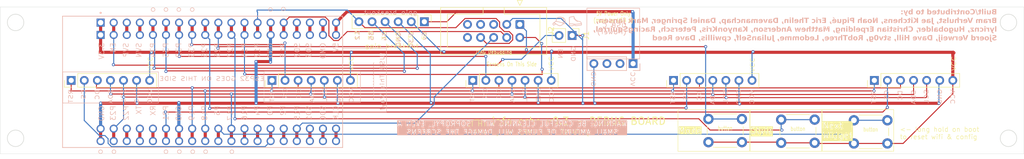
<source format=kicad_pcb>
(kicad_pcb (version 20240108) (generator "pcbnew") (generator_version "8.0")
  (layers (0 "F.Cu" signal) (31 "B.Cu" signal) (34 "B.Paste" user) (35 "F.Paste" user) (36 "B.SilkS" user "B.Silkscreen") (37 "F.SilkS" user "F.Silkscreen") (38 "B.Mask" user) (39 "F.Mask" user) (44 "Edge.Cuts" user))
  (net 0 "")
  (net 1 "Net-(U1-vcc)")
  (net 2 "Net-(V1-IO18)")
  (net 3 "Net-(V1-IO23)")
  (net 4 "Net-(V1-IO17)")
  (net 5 "Net-(V1-IO13)")
  (net 6 "Net-(V1-IO19)")
  (net 7 "Net-(V1-IO33)")
  (net 8 "Net-(V1-IO32)")
  (net 9 "Net-(V1-IO25)")
  (net 10 "Net-(V1-IO21)")
  (net 11 "Net-(V1-IO27)")
  (net 12 "Net-(V1-IO26)")
  (net 13 "Net-(V1-IO14)")
  (net 16 "Net-(J1-Pin_1)")
  (net 17 "Net-(J1-Pin_2)")
  (net 18 "Net-(V1-RXD0)")
  (net 19 "Net-(V1-IO4)")
  (net 20 "Net-(V1-IO15)")
  (net 21 "Net-(V1-IO16)")
  (net 22 "Net-(V1-CLK)")
  (net 23 "Net-(U1-gpio12)")
  (net 24 "Net-(V1-IO0)")
  (net 25 "Net-(V1-TXD0)")
  (net 26 "Net-(V1-SD3)")
  (net 27 "Net-(U1-gipo34)")
  (net 28 "Net-(V1-IO22)")
  (net 29 "Net-(V1-IO2)")
  (net 30 "Net-(V1-SD1)")
  (net 31 "Net-(V1-CMD)")
  (net 32 "Net-(U1-3.3v)")
  (net 33 "Net-(U1-gpio35)")
  (net 34 "Net-(V1-SD0)")
  (net 35 "Net-(V1-SENSOR_VN)")
  (net 36 "Net-(V1-SD2)")
  (net 37 "Net-(V1-IO5)")
  (net 38 "Net-(V1-SENSOR_VP)")
  (net 40 "Net-(J2-GND-Pad10)")
  (net 41 "+3.3V")
  (footprint "Connector_PinHeader_2.54mm:PinHeader_1x07_P2.54mm_Vertical" (layer "F.Cu") (at 203.4625 74.25 90)
    (property "Reference" "tft5" (hide yes))
    (property "Value" "~")
  )
  (footprint "New folder:beaniegraphioc" (layer "F.Cu") (at 126.36 83.35)
    (property "Reference" "G*" (hide yes))
    (property "Value" "LOGO" (hide yes))
  )
  (footprint "Connector_PinHeader_2.54mm:PinHeader_1x06_P2.54mm_Vertical" (layer "F.Cu") (at 116.078 62.86 -90)
    (property "Reference" "U1" (hide yes))
    (property "Value" "~")
  )
  (footprint "Connector_PinHeader_2.54mm:PinHeader_1x07_P2.54mm_Vertical" (layer "F.Cu") (at 125.48 74.25 90)
    (property "Reference" "tft3" (hide yes))
    (property "Value" "~")
  )
  (footprint "Button_Switch_THT:SW_PUSH_6mm_H5mm" (layer "F.Cu") (at 199.5 82)
    (property "Reference" "SW3" (hide yes))
    (property "Value" "SW_Push")
  )
  (footprint "Connector_PinHeader_2.54mm:PinHeader_1x07_P2.54mm_Vertical" (layer "F.Cu") (at 164.47125 74.25 90)
    (property "Reference" "tft4" (hide yes))
    (property "Value" "~")
  )
  (footprint "Connector_IDC:IDC-Header_2x05_P2.54mm_Vertical" (layer "F.Cu") (at 134.62 63.3825 -90)
    (property "Reference" "J2")
    (property "Value" "AVR-JTAG-10")
  )
  (footprint "Button_Switch_THT:SW_PUSH_6mm_H5mm" (layer "F.Cu") (at 185.375 81.875)
    (property "Reference" "SW2" (hide yes))
    (property "Value" "SW_Push")
  )
  (footprint "Connector_PinHeader_2.54mm:PinHeader_1x02_P2.54mm_Vertical" (layer "F.Cu") (at 144.78 65.532 -90)
    (property "Reference" "J1")
    (property "Value" "Conn_01x02_Pin")
  )
  (footprint "Connector_PinHeader_2.54mm:PinHeader_1x07_P2.54mm_Vertical" (layer "F.Cu") (at 86.48875 74.25 90)
    (property "Reference" "tft2" (hide yes))
    (property "Value" "~")
  )
  (footprint "Connector_PinHeader_2.54mm:PinHeader_1x07_P2.54mm_Vertical" (layer "F.Cu") (at 47.4975 74.25 90)
    (property "Reference" "tft1" (hide yes))
    (property "Value" "~")
  )
  (footprint "Button_Switch_THT:SW_PUSH_6mm_H5mm" (layer "F.Cu") (at 171.25 81.75)
    (property "Reference" "SW1" (hide yes))
    (property "Value" "SW_Push")
  )
  (footprint "A Local Libs:cap" (layer "B.Cu") (at 142.24 62.8 180)
    (property "Reference" "G***" (hide yes))
    (property "Value" "LOGO" (hide yes))
  )
  (footprint "A Local Libs:38 Pin Board thin" (layer "B.Cu") (at 72.97 78.13 -90)
    (property "Reference" "V2" (hide yes))
    (property "Value" "ESP32-DEVKITC-32D" (hide yes))
  )
  (footprint "Connector_PinHeader_2.54mm:PinHeader_1x04_P2.54mm_Vertical" (layer "B.Cu") (at 156.615 71 90)
    (property "Reference" "USBPower1" (hide yes))
    (property "Value" "~")
  )
  (footprint "New folder:38 Pin Board" (layer "B.Cu") (at 72.97 75.7375 -90)
    (property "Reference" "V1" (hide yes))
    (property "Value" "ESP32-DEVKITC-32D")
  )
  (footprint "A Local Libs:Untitled" (layer "B.Cu") (at 145.415 62.73 180)
    (property "Reference" "G***" (hide yes))
    (property "Value" "LOGO" (hide yes))
  )
  (gr_circle (center 65.9 60.5) (end 66.2 60.7) (stroke (width 0.1)) (fill none) (layer "B.SilkS"))
  (gr_rect (start 100.245 68.05) (end 108.715 80.3725) (stroke (width 0.1)) (fill none) (layer "B.SilkS"))
  (gr_circle (center 86.2 60.5) (end 86.5 60.7) (stroke (width 0.1)) (fill none) (layer "B.SilkS"))
  (gr_rect (start 147.64 60.23) (end 157.88 70.08) (stroke (width 0.1)) (fill none) (layer "B.SilkS"))
  (gr_rect (start 84.94 72.5) (end 103.66 78.54) (stroke (width 0.1)) (fill none) (layer "B.SilkS"))
  (gr_circle (center 78.7 88.1) (end 79 88.3) (stroke (width 0.1)) (fill none) (layer "B.SilkS"))
  (gr_circle (center 68.5 88.1) (end 68.8 88.3) (stroke (width 0.1)) (fill none) (layer "B.SilkS"))
  (gr_circle (center 63.4 60.5) (end 63.7 60.7) (stroke (width 0.1)) (fill none) (layer "B.SilkS"))
  (gr_circle (center 55.8 88.1) (end 56.1 88.3) (stroke (width 0.1)) (fill none) (layer "B.SilkS"))
  (gr_circle (center 71 60.5) (end 71.3 60.7) (stroke (width 0.1)) (fill none) (layer "B.SilkS"))
  (gr_circle (center 88.7 60.4) (end 89 60.6) (stroke (width 0.1)) (fill none) (layer "B.SilkS"))
  (gr_circle (center 53.2 88.1) (end 53.5 88.3) (stroke (width 0.1)) (fill none) (layer "B.SilkS"))
  (gr_rect (start 45.86 72.61) (end 64.44 78.65) (stroke (width 0.1)) (fill none) (layer "B.SilkS"))
  (gr_circle (center 68.4 60.5) (end 68.7 60.7) (stroke (width 0.1)) (fill none) (layer "B.SilkS"))
  (gr_circle (center 71.1 88.1) (end 71.4 88.3) (stroke (width 0.1)) (fill none) (layer "B.SilkS"))
  (gr_circle (center 73.6 88.1) (end 73.9 88.3) (stroke (width 0.1)) (fill none) (layer "B.SilkS"))
  (gr_circle (center 65.9 88.1) (end 66.2 88.3) (stroke (width 0.1)) (fill none) (layer "B.SilkS"))
  (gr_rect (start 165.325 79.95) (end 179.235 88.04) (stroke (width 0.1)) (fill none) (layer "F.SilkS"))
  (gr_rect (start 179.345 79.95) (end 193.255 88.04) (stroke (width 0.1)) (fill none) (layer "F.SilkS"))
  (gr_rect (start 193.315 79.92) (end 207.225 88.01) (stroke (width 0.1)) (fill none) (layer "F.SilkS"))
  (gr_circle (center 36.696 85.5) (end 38.296 85.5) (stroke (width 0.1)) (fill none) (layer "Edge.Cuts"))
  (gr_circle (center 229.514 63) (end 231.114 63) (stroke (width 0.1)) (fill none) (layer "Edge.Cuts"))
  (gr_circle (center 36.696 63) (end 38.296 63) (stroke (width 0.1)) (fill none) (layer "Edge.Cuts"))
  (gr_circle (center 229.514 85.5) (end 231.114 85.5) (stroke (width 0.1)) (fill none) (layer "Edge.Cuts"))
  (gr_rect (start 33.696 60) (end 232.514 88.5) (stroke (width 0.05)) (fill none) (layer "Edge.Cuts"))
  (gr_text "12" (at 103.55 64.49 90) (layer "B.SilkS") (effects (font (size 0.8 1) (thickness 0.1)) (justify left bottom mirror)))
  (gr_text "EN" (at 143 68 90) (layer "B.SilkS") (effects (font (size 0.8 1) (thickness 0.1)) (justify left bottom mirror)))
  (gr_text "DC" (at 53.02 75.97 90) (layer "B.SilkS") (effects (font (size 0.8 1) (thickness 0.1)) (justify left bottom mirror)))
  (gr_text "USB C\n(Power)\n\n" (at 155.42 66.62 0) (layer "B.SilkS") (effects (font (size 0.8 1) (thickness 0.1)) (justify left bottom mirror)))
  (gr_text "GND" (at 60.7 75.72 90) (layer "B.SilkS") (effects (font (size 0.8 1) (thickness 0.1)) (justify left bottom mirror)))
  (gr_text "GND" (at 138.7 75.5 90) (layer "B.SilkS") (effects (font (size 0.8 1) (thickness 0.1)) (justify left bottom mirror)))
  (gr_text "RST\n" (at 87.01 75.7 90) (layer "B.SilkS") (effects (font (size 0.8 1) (thickness 0.1)) (justify left bottom mirror)))
  (gr_text "RST\n" (at 164.8 76.08 90) (layer "B.SilkS") (effects (font (size 0.8 1) (thickness 0.1)) (justify left bottom mirror)))
  (gr_text "GND" (at 216.63 75.85 90) (layer "B.SilkS") (effects (font (size 0.8 1) (thickness 0.1)) (justify left bottom mirror)))
  (gr_text "34\n" (at 108.83 64.66 90) (layer "B.SilkS") (effects (font (size 0.8 1) (thickness 0.1)) (justify left bottom mirror)))
  (gr_text "DC" (at 169.94 76.14 90) (layer "B.SilkS") (effects (font (size 0.8 1) (thickness 0.1)) (justify left bottom mirror)))
  (gr_text "35" (at 106.3 64.57 90) (layer "B.SilkS") (effects (font (size 0.8 1) (thickness 0.1)) (justify left bottom mirror)))
  (gr_text "VCC" (at 156.06 75.48 -90) (layer "B.SilkS") (effects (font (size 0.8 1) (thickness 0.1)) (justify left bottom mirror)))
  (gr_text "SCL" (at 58.1 75.78 90) (layer "B.SilkS") (effects (font (size 0.8 1) (thickness 0.1)) (justify left bottom mirror)))
  (gr_text "SCL" (at 97.23 75.57 90) (layer "B.SilkS") (effects (font (size 0.8 1) (thickness 0.1)) (justify left bottom mirror)))
  (gr_text "VCC" (at 141.25 75.6 90) (layer "B.SilkS") (effects (font (size 0.8 1) (thickness 0.1)) (justify left bottom mirror)))
  (gr_text "VCC" (at 219.18 75.95 90) (layer "B.SilkS") (effects (font (size 0.8 1) (thickness 0.1)) (justify left bottom mirror)))
  (gr_text "GND\n" (at 148.42 75.57 270) (layer "B.SilkS") (effects (font (size 0.8 1) (thickness 0.1)) (justify left bottom mirror)))
  (gr_text "WARNING: BE CAREFUL CLEANING WITH ISOPROPYL, EVEN A\nSMALL AMOUNT OF FUMES WILL DAMAGE THE SCREENS\n" (at 133.15 84.87 0) (layer "B.SilkS" knockout) (effects (font (size 1 1) (thickness 0.1)) (justify bottom mirror)))
  (gr_text "SDA" (at 172.54 76.08 90) (layer "B.SilkS") (effects (font (size 0.8 1) (thickness 0.1)) (justify left bottom mirror)))
  (gr_text "CS" (at 128.36 75.69 90) (layer "B.SilkS") (effects (font (size 0.8 1) (thickness 0.1)) (justify left bottom mirror)))
  (gr_text "SDA" (at 94.75 75.7 90) (layer "B.SilkS") (effects (font (size 0.8 1) (thickness 0.1)) (justify left bottom mirror)))
  (gr_text "DC" (at 131.02 75.75 90) (layer "B.SilkS") (effects (font (size 0.8 1) (thickness 0.1)) (justify left bottom mirror)))
  (gr_text "SCL" (at 214.03 75.91 90) (layer "B.SilkS") (effects (font (size 0.8 1) (thickness 0.1)) (justify left bottom mirror)))
  (gr_text "VCC" (at 63.25 75.82 90) (layer "B.SilkS") (effects (font (size 0.8 1) (thickness 0.1)) (justify left bottom mirror)))
  (gr_text "GND\n" (at 145.5 67.5 90) (layer "B.SilkS") (effects (font (size 0.8 1) (thickness 0.1)) (justify left bottom mirror)))
  (gr_text "CS" (at 89.49 75.7 90) (layer "B.SilkS") (effects (font (size 0.8 1) (thickness 0.1)) (justify left bottom mirror)))
  (gr_text "SCL" (at 136.1 75.56 90) (layer "B.SilkS") (effects (font (size 0.8 1) (thickness 0.1)) (justify left bottom mirror)))
  (gr_text "CS" (at 206.29 76.04 90) (layer "B.SilkS") (effects (font (size 0.8 1) (thickness 0.1)) (justify left bottom mirror)))
  (gr_text "VCC" (at 102.38 75.61 90) (layer "B.SilkS") (effects (font (size 0.8 1) (thickness 0.1)) (justify left bottom mirror)))
  (gr_text "Built/Contributed to by:\nBram Verhulst, Jae Kitchens, Noah Piqué, Eric Thelin, Davemanchap, Daniel Springer, Mark Jansen, \nlyricnz, Hugobalder, Christian Erpelding, Matthew Anderson, KanyonKris, Petersch, RacingSquirrel, \nSjoerd Verweij, Dave Hill, stv0g, RobThree, Ledomme, JulianSelf, cpwillis, Dave Reed" (at 227.27 66.64 0) (layer "B.SilkS") (effects (font (size 1 1) (thickness 0.2) (bold yes)) (justify left bottom mirror)))
  (gr_text "CS" (at 50.36 75.91 90) (layer "B.SilkS") (effects (font (size 0.8 1) (thickness 0.1)) (justify left bottom mirror)))
  (gr_text "5v\n" (at 116.56 64.72 90) (layer "B.SilkS") (effects (font (size 0.8 1) (thickness 0.1)) (justify left bottom mirror)))
  (gr_text "CS" (at 167.28 76.08 90) (layer "B.SilkS") (effects (font (size 0.8 1) (thickness 0.1)) (justify left bottom mirror)))
  (gr_text "SDA" (at 211.55 76.04 90) (layer "B.SilkS") (effects (font (size 0.8 1) (thickness 0.1)) (justify left bottom mirror)))
  (gr_text "GND" (at 177.62 75.89 90) (layer "B.SilkS") (effects (font (size 0.8 1) (thickness 0.1)) (justify left bottom mirror)))
  (gr_text "RST\n" (at 125.88 75.69 90) (layer "B.SilkS") (effects (font (size 0.8 1) (thickness 0.1)) (justify left bottom mirror)))
  (gr_text "GND" (at 99.83 75.51 90) (layer "B.SilkS") (effects (font (size 0.8 1) (thickness 0.1)) (justify left bottom mirror)))
  (gr_text "VCC" (at 180.17 75.99 90) (layer "B.SilkS") (effects (font (size 0.8 1) (thickness 0.1)) (justify left bottom mirror)))
  (gr_text "SCL" (at 175.02 75.95 90) (layer "B.SilkS") (effects (font (size 0.8 1) (thickness 0.1)) (justify left bottom mirror)))
  (gr_text "3.3v\n" (at 114 64.6 90) (layer "B.SilkS") (effects (font (size 0.8 1) (thickness 0.1)) (justify left bottom mirror)))
  (gr_text "SDA" (at 133.62 75.69 90) (layer "B.SilkS") (effects (font (size 0.8 1) (thickness 0.1)) (justify left bottom mirror)))
  (gr_text "GND\n" (at 111.55 64.74 90) (layer "B.SilkS") (effects (font (size 0.8 1) (thickness 0.1)) (justify left bottom mirror)))
  (gr_text "DC" (at 208.95 76.1 90) (layer "B.SilkS") (effects (font (size 0.8 1) (thickness 0.1)) (justify left bottom mirror)))
  (gr_text "ESP32 GOES ON THIS SIDE" (at 85.07 74.39 0) (layer "B.SilkS") (effects (font (size 0.8 1) (thickness 0.1)) (justify left bottom mirror)))
  (gr_text "RST\n" (at 203.81 76.04 90) (layer "B.SilkS") (effects (font (size 0.8 1) (thickness 0.1)) (justify left bottom mirror)))
  (gr_text "^^^^^^^^^^^^^\n!USB This Way!\n" (at 108.38 74.45 90) (layer "B.SilkS") (effects (font (size 0.8 1) (thickness 0.1)) (justify bottom mirror)))
  (gr_text "SDA" (at 55.62 75.91 90) (layer "B.SilkS") (effects (font (size 0.8 1) (thickness 0.1)) (justify left bottom mirror)))
  (gr_text "gpio breakout" (at 114.808 61.53 0) (layer "B.SilkS") (effects (font (size 0.8 1) (thickness 0.1)) (justify left bottom mirror)))
  (gr_text "DC" (at 92.15 75.76 90) (layer "B.SilkS") (effects (font (size 0.8 1) (thickness 0.1)) (justify left bottom mirror)))
  (gr_text "RST\n" (at 47.88 75.91 90) (layer "B.SilkS") (effects (font (size 0.8 1) (thickness 0.1)) (justify left bottom mirror)))
  (gr_text "3.3v\n" (at 113.87 67.86 90) (layer "F.SilkS") (effects (font (size 0.8 1) (thickness 0.1)) (justify left bottom)))
  (gr_text "VCC" (at 102.36 72.48 90) (layer "F.SilkS") (effects (font (size 0.8 1) (thickness 0.1)) (justify left bottom)))
  (gr_text "button\n" (at 174.5 84 0) (layer "F.SilkS") (effects (font (size 0.8 0.6) (thickness 0.1)) (justify bottom)))
  (gr_text "button\n" (at 188.625 84.125 0) (layer "F.SilkS") (effects (font (size 0.8 0.6) (thickness 0.1)) (justify bottom)))
  (gr_text "Mode" (at 165.325 83.995 0) (layer "F.SilkS" knockout) (effects (font (size 1.2 1.2) (thickness 0.1)) (justify left)))
  (gr_text "5V Power Only\n(must be USB A)\n" (at 152.79 63.03 0) (layer "F.SilkS") (effects (font (size 0.8 0.6) (thickness 0.1)) (justify bottom)))
  (gr_text "VCC" (at 63.33 72.56 90) (layer "F.SilkS") (effects (font (size 0.8 1) (thickness 0.1)) (justify left bottom)))
  (gr_text "Next\nWidget" (at 193.315 83.965 0) (layer "F.SilkS" knockout) (effects (font (size 1.2 1.2) (thickness 0.1)) (justify left)))
  (gr_text "12" (at 103.5 66.5 90) (layer "F.SilkS") (effects (font (size 0.8 1) (thickness 0.1)) (justify left bottom)))
  (gr_text "34\n" (at 108.75 66.61 90) (layer "F.SilkS") (effects (font (size 0.8 1) (thickness 0.1)) (justify left bottom)))
  (gr_text "<- long hold on boot\nto reset wifi & config" (at 208.38 84.49 0) (layer "F.SilkS") (effects (font (size 0.9 0.9) (thickness 0.1)) (justify left)))
  (gr_text "VCC" (at 141.2 72.48 90) (layer "F.SilkS") (effects (font (size 0.8 1) (thickness 0.1)) (justify left bottom)))
  (gr_text "5v\n" (at 116.51 66.49 90) (layer "F.SilkS") (effects (font (size 0.8 1) (thickness 0.1)) (justify left bottom)))
  (gr_text "GND\n" (at 111.42 67.72 90) (layer "F.SilkS") (effects (font (size 0.8 1) (thickness 0.1)) (justify left bottom)))
  (gr_text "by brett.tech + friends (:" (at 129.03 84.84 0) (layer "F.SilkS") (effects (font (size 1 1) (thickness 0.1)) (justify left bottom)))
  (gr_text "Style" (at 179.345 83.995 0) (layer "F.SilkS" knockout) (effects (font (size 1.2 1.2) (thickness 0.1)) (justify left)))
  (gr_text "button\n" (at 202.75 84.25 0) (layer "F.SilkS") (effects (font (size 0.8 0.6) (thickness 0.1)) (justify bottom)))
  (gr_text "JTAG Debugging" (at 129.54 69.1025 0) (layer "F.SilkS") (effects (font (size 0.6 0.6) (thickness 0.1)) (justify bottom)))
  (gr_text "gpio breakout" (at 104.48 68.05 0) (layer "F.SilkS") (effects (font (size 0.8 1) (thickness 0.1)) (justify left bottom)))
  (gr_text "Screens On This Side" (at 133.03 71.58 0) (layer "F.SilkS") (effects (font (size 0.8 0.6) (thickness 0.1)) (justify bottom)))
  (gr_text "info orbs v0.3 - DEBUG BOARD" (at 129.03 82.98 0) (layer "F.SilkS") (effects (font (size 1.4 1.4) (thickness 0.2) (bold yes)) (justify left bottom)))
  (gr_text "35" (at 106.1 66.5 90) (layer "F.SilkS") (effects (font (size 0.8 1) (thickness 0.1)) (justify left bottom)))
  (gr_text "VCC" (at 219.36 72.45 90) (layer "F.SilkS") (effects (font (size 0.8 1) (thickness 0.1)) (justify left bottom)))
  (gr_text "VCC" (at 180.28 72.76 90) (layer "F.SilkS") (effects (font (size 0.8 1) (thickness 0.1)) (justify left bottom)))
  (segment (start 122.4 60.9) (end 156.5 60.9) (width 0.6) (layer "F.Cu") (net 1))
  (segment (start 98.93 63.0375) (end 101.0675 60.9) (width 0.6) (layer "F.Cu") (net 1))
  (segment (start 98.93 63.0375) (end 98.93 65.43) (width 0.6) (layer "F.Cu") (net 1))
  (segment (start 120.44 62.86) (end 122.4 60.9) (width 0.2) (layer "F.Cu") (net 1))
  (segment (start 116.078 62.86) (end 120.44 62.86) (width 0.2) (layer "F.Cu") (net 1))
  (segment (start 101.0675 60.9) (end 122.4 60.9) (width 0.6) (layer "F.Cu") (net 1))
  (via (at 156.5 60.9) (size 0.6) (drill 0.3) (layers "F.Cu" "B.Cu") (net 1))
  (segment (start 156.5 60.9) (end 156.5 61) (width 0.6) (layer "B.Cu") (net 1))
  (segment (start 156.5 61) (end 156.615 61.115) (width 0.6) (layer "B.Cu") (net 1))
  (segment (start 156.615 61.115) (end 156.615 71) (width 0.6) (layer "B.Cu") (net 1))
  (segment (start 73.53 86.0375) (end 73.53 83.63) (width 0.6) (layer "F.Cu") (net 2))
  (segment (start 47.3 76.3) (end 47.4975 76.1025) (width 0.2) (layer "F.Cu") (net 2))
  (segment (start 86.4 76.3) (end 125.4 76.3) (width 0.2) (layer "F.Cu") (net 2))
  (segment (start 73.5 76.3) (end 47.3 76.3) (width 0.2) (layer "F.Cu") (net 2))
  (segment (start 73.5 76.3) (end 86.4 76.3) (width 0.2) (layer "F.Cu") (net 2))
  (segment (start 164.3 76.3) (end 203.4 76.3) (width 0.2) (layer "F.Cu") (net 2))
  (segment (start 47.4975 76.1025) (end 47.4975 74.25) (width 0.2) (layer "F.Cu") (net 2))
  (segment (start 125.4 76.3) (end 164.3 76.3) (width 0.2) (layer "F.Cu") (net 2))
  (via (at 164.3 76.3) (size 0.6) (drill 0.3) (layers "F.Cu" "B.Cu") (net 2))
  (via (at 125.4 76.3) (size 0.6) (drill 0.3) (layers "F.Cu" "B.Cu") (net 2))
  (via (at 86.4 76.3) (size 0.6) (drill 0.3) (layers "F.Cu" "B.Cu") (net 2))
  (via (at 73.5 76.3) (size 0.6) (drill 0.3) (layers "F.Cu" "B.Cu") (net 2))
  (via (at 203.4 76.3) (size 0.6) (drill 0.3) (layers "F.Cu" "B.Cu") (net 2))
  (segment (start 73.53 76.33) (end 73.5 76.3) (width 0.2) (layer "B.Cu") (net 2))
  (segment (start 73.53 83.63) (end 73.53 76.33) (width 0.2) (layer "B.Cu") (net 2))
  (segment (start 203.4625 75.7375) (end 203.4625 74.25) (width 0.2) (layer "B.Cu") (net 2))
  (segment (start 203.4 76.3) (end 203.4 75.8) (width 0.2) (layer "B.Cu") (net 2))
  (segment (start 164.3 76.3) (end 164.47125 76.12875) (width 0.2) (layer "B.Cu") (net 2))
  (segment (start 125.48 76.22) (end 125.48 74.25) (width 0.2) (layer "B.Cu") (net 2))
  (segment (start 164.47125 76.12875) (end 164.47125 74.25) (width 0.2) (layer "B.Cu") (net 2))
  (segment (start 125.4 76.3) (end 125.48 76.22) (width 0.2) (layer "B.Cu") (net 2))
  (segment (start 86.48875 76.21125) (end 86.48875 74.25) (width 0.2) (layer "B.Cu") (net 2))
  (segment (start 86.4 76.3) (end 86.48875 76.21125) (width 0.2) (layer "B.Cu") (net 2))
  (segment (start 203.4 75.8) (end 203.4625 75.7375) (width 0.2) (layer "B.Cu") (net 2))
  (segment (start 55.75 83.63) (end 55.75 86.0375) (width 0.6) (layer "F.Cu") (net 3))
  (segment (start 213.6225 77.4775) (end 213.6225 74.25) (width 0.2) (layer "F.Cu") (net 3))
  (segment (start 57.7 77.5) (end 96.7 77.5) (width 0.2) (layer "F.Cu") (net 3))
  (segment (start 135.6 77.5) (end 135.7 77.6) (width 0.2) (layer "F.Cu") (net 3))
  (segment (start 96.7 77.5) (end 135.6 77.5) (width 0.2) (layer "F.Cu") (net 3))
  (segment (start 174.7 77.6) (end 213.5 77.6) (width 0.2) (layer "F.Cu") (net 3))
  (segment (start 213.5 77.6) (end 213.6225 77.4775) (width 0.2) (layer "F.Cu") (net 3))
  (segment (start 135.7 77.6) (end 174.7 77.6) (width 0.2) (layer "F.Cu") (net 3))
  (via (at 57.7 77.5) (size 0.6) (drill 0.3) (layers "F.Cu" "B.Cu") (net 3))
  (via (at 174.7 77.6) (size 0.6) (drill 0.3) (layers "F.Cu" "B.Cu") (net 3))
  (via (at 96.7 77.5) (size 0.6) (drill 0.3) (layers "F.Cu" "B.Cu") (net 3))
  (via (at 135.6 77.5) (size 0.6) (drill 0.3) (layers "F.Cu" "B.Cu") (net 3))
  (segment (start 57.6575 77.5425) (end 57.7 77.5) (width 0.2) (layer "B.Cu") (net 3))
  (segment (start 135.64 77.46) (end 135.64 74.25) (width 0.2) (layer "B.Cu") (net 3))
  (segment (start 174.7 77.6) (end 174.63125 77.53125) (width 0.2) (layer "B.Cu") (net 3))
  (segment (start 96.64875 77.44875) (end 96.64875 74.25) (width 0.2) (layer "B.Cu") (net 3))
  (segment (start 96.7 77.5) (end 96.64875 77.44875) (width 0.2) (layer "B.Cu") (net 3))
  (segment (start 135.6 77.5) (end 135.64 77.46) (width 0.2) (layer "B.Cu") (net 3))
  (segment (start 57.7 77.5) (end 57.6575 77.4575) (width 0.2) (layer "B.Cu") (net 3))
  (segment (start 57.6575 81.7225) (end 57.6575 77.5425) (width 0.2) (layer "B.Cu") (net 3))
  (segment (start 57.6575 77.4575) (end 57.6575 74.25) (width 0.2) (layer "B.Cu") (net 3))
  (segment (start 174.63125 77.53125) (end 174.63125 74.25) (width 0.2) (layer "B.Cu") (net 3))
  (segment (start 55.75 83.63) (end 57.6575 81.7225) (width 0.2) (layer "B.Cu") (net 3))
  (segment (start 55.2 76.9) (end 78.6 76.9) (width 0.2) (layer "F.Cu") (net 4))
  (segment (start 133.1 76.9) (end 172 76.9) (width 0.2) (layer "F.Cu") (net 4))
  (segment (start 211.0825 76.9825) (end 211.0825 74.25) (width 0.2) (layer "F.Cu") (net 4))
  (segment (start 78.61 86.0375) (end 78.61 83.63) (width 0.6) (layer "F.Cu") (net 4))
  (segment (start 211.1 77) (end 211.0825 76.9825) (width 0.2) (layer "F.Cu") (net 4))
  (segment (start 172 76.9) (end 172.1 77) (width 0.2) (layer "F.Cu") (net 4))
  (segment (start 172.1 77) (end 211.1 77) (width 0.2) (layer "F.Cu") (net 4))
  (segment (start 78.6 76.9) (end 94 76.9) (width 0.2) (layer "F.Cu") (net 4))
  (segment (start 94 76.9) (end 133.1 76.9) (width 0.2) (layer "F.Cu") (net 4))
  (via (at 94 76.9) (size 0.6) (drill 0.3) (layers "F.Cu" "B.Cu") (net 4))
  (via (at 78.6 76.9) (size 0.6) (drill 0.3) (layers "F.Cu" "B.Cu") (net 4))
  (via (at 172.1 77) (size 0.6) (drill 0.3) (layers "F.Cu" "B.Cu") (net 4))
  (via (at 133.1 76.9) (size 0.6) (drill 0.3) (layers "F.Cu" "B.Cu") (net 4))
  (via (at 55.2 76.9) (size 0.6) (drill 0.3) (layers "F.Cu" "B.Cu") (net 4))
  (segment (start 133.1 76.9) (end 133.1 74.25) (width 0.2) (layer "B.Cu") (net 4))
  (segment (start 172.1 77) (end 172.09125 76.99125) (width 0.2) (layer "B.Cu") (net 4))
  (segment (start 55.2 76.9) (end 55.1175 76.8175) (width 0.2) (layer "B.Cu") (net 4))
  (segment (start 78.61 76.91) (end 78.6 76.9) (width 0.2) (layer "B.Cu") (net 4))
  (segment (start 94.10875 76.39125) (end 94.10875 74.25) (width 0.2) (layer "B.Cu") (net 4))
  (segment (start 94 76.5) (end 94.10875 76.39125) (width 0.2) (layer "B.Cu") (net 4))
  (segment (start 94 76.9) (end 94 76.5) (width 0.2) (layer "B.Cu") (net 4))
  (segment (start 55.1175 76.8175) (end 55.1175 74.25) (width 0.2) (layer "B.Cu") (net 4))
  (segment (start 172.09125 76.99125) (end 172.09125 74.25) (width 0.2) (layer "B.Cu") (net 4))
  (segment (start 78.61 83.63) (end 78.61 76.91) (width 0.2) (layer "B.Cu") (net 4))
  (segment (start 97.536 62.656149) (end 96.837351 61.9575) (width 0.2) (layer "F.Cu") (net 5))
  (segment (start 89.85 61.9575) (end 88.77 63.0375) (width 0.2) (layer "F.Cu") (net 5))
  (segment (start 130.93 64.7725) (end 101.114851 64.7725) (width 0.2) (layer "F.Cu") (net 5))
  (segment (start 98.482649 66.51) (end 97.536 65.563351) (width 0.2) (layer "F.Cu") (net 5))
  (segment (start 97.536 65.563351) (end 97.536 62.656149) (width 0.2) (layer "F.Cu") (net 5))
  (segment (start 88.77 65.43) (end 88.77 63.0375) (width 0.6) (layer "F.Cu") (net 5))
  (segment (start 99.377351 66.51) (end 98.482649 66.51) (width 0.2) (layer "F.Cu") (net 5))
  (segment (start 101.114851 64.7725) (end 99.377351 66.51) (width 0.2) (layer "F.Cu") (net 5))
  (segment (start 132.08 65.9225) (end 130.93 64.7725) (width 0.2) (layer "F.Cu") (net 5))
  (segment (start 96.837351 61.9575) (end 89.85 61.9575) (width 0.2) (layer "F.Cu") (net 5))
  (segment (start 71 75.7) (end 91.6 75.7) (width 0.2) (layer "F.Cu") (net 6))
  (segment (start 91.6 75.7) (end 91.56875 75.66875) (width 0.2) (layer "F.Cu") (net 6))
  (segment (start 70.99 83.63) (end 70.99 86.0375) (width 0.6) (layer "F.Cu") (net 6))
  (segment (start 169.5 75.7) (end 169.5 74.30125) (width 0.2) (layer "F.Cu") (net 6))
  (segment (start 208.5 75.7) (end 208.6 75.6) (width 0.2) (layer "F.Cu") (net 6))
  (segment (start 208.5425 75.5425) (end 208.5425 74.25) (width 0.2) (layer "F.Cu") (net 6))
  (segment (start 208.6 75.6) (end 208.5425 75.5425) (width 0.2) (layer "F.Cu") (net 6))
  (segment (start 130.56 75.66) (end 130.56 74.25) (width 0.2) (layer "F.Cu") (net 6))
  (segment (start 52.4 75.7) (end 52.4 74.4275) (width 0.2) (layer "F.Cu") (net 6))
  (segment (start 169.5 75.7) (end 208.5 75.7) (width 0.2) (layer "F.Cu") (net 6))
  (segment (start 91.6 75.7) (end 130.6 75.7) (width 0.2) (layer "F.Cu") (net 6))
  (segment (start 91.56875 75.66875) (end 91.56875 74.25) (width 0.2) (layer "F.Cu") (net 6))
  (segment (start 130.6 75.7) (end 130.56 75.66) (width 0.2) (layer "F.Cu") (net 6))
  (segment (start 71 75.7) (end 52.4 75.7) (width 0.2) (layer "F.Cu") (net 6))
  (segment (start 130.6 75.7) (end 169.5 75.7) (width 0.2) (layer "F.Cu") (net 6))
  (via (at 71 75.7) (size 0.6) (drill 0.3) (layers "F.Cu" "B.Cu") (net 6))
  (segment (start 70.99 83.63) (end 70.99 75.71) (width 0.2) (layer "B.Cu") (net 6))
  (segment (start 70.99 75.71) (end 71 75.7) (width 0.2) (layer "B.Cu") (net 6))
  (segment (start 89 67) (end 88.7 67.3) (width 0.2) (layer "F.Cu") (net 7))
  (segment (start 88.7 67.3) (end 70.9 67.3) (width 0.2) (layer "F.Cu") (net 7))
  (segment (start 70.99 65.43) (end 70.99 63.0375) (width 0.6) (layer "F.Cu") (net 7))
  (via (at 89 67) (size 0.6) (drill 0.3) (layers "F.Cu" "B.Cu") (net 7))
  (via (at 70.9 67.3) (size 0.6) (drill 0.3) (layers "F.Cu" "B.Cu") (net 7))
  (segment (start 89.02875 67.02875) (end 89 67) (width 0.2) (layer "B.Cu") (net 7))
  (segment (start 70.9 67.3) (end 70.9 65.52) (width 0.2) (layer "B.Cu") (net 7))
  (segment (start 89.02875 74.25) (end 89.02875 67.02875) (width 0.2) (layer "B.Cu") (net 7))
  (segment (start 128 69.6) (end 68.5 69.6) (width 0.2) (layer "F.Cu") (net 8))
  (segment (start 68.45 65.43) (end 68.45 63.0375) (width 0.6) (layer "F.Cu") (net 8))
  (via (at 128 69.6) (size 0.6) (drill 0.3) (layers "F.Cu" "B.Cu") (net 8))
  (via (at 68.5 69.6) (size 0.6) (drill 0.3) (layers "F.Cu" "B.Cu") (net 8))
  (segment (start 128.02 69.62) (end 128 69.6) (width 0.2) (layer "B.Cu") (net 8))
  (segment (start 68.45 69.55) (end 68.45 65.43) (width 0.2) (layer "B.Cu") (net 8))
  (segment (start 128.02 74.25) (end 128.02 69.62) (width 0.2) (layer "B.Cu") (net 8))
  (segment (start 68.5 69.6) (end 68.45 69.55) (width 0.2) (layer "B.Cu") (net 8))
  (segment (start 73.53 65.43) (end 73.53 63.0375) (width 0.6) (layer "F.Cu") (net 9))
  (segment (start 74.5 79.6) (end 74.4 79.7) (width 0.2) (layer "F.Cu") (net 9))
  (segment (start 166.9 79.6) (end 74.5 79.6) (width 0.2) (layer "F.Cu") (net 9))
  (via (at 74.4 79.7) (size 0.6) (drill 0.3) (layers "F.Cu" "B.Cu") (net 9))
  (via (at 166.9 79.6) (size 0.6) (drill 0.3) (layers "F.Cu" "B.Cu") (net 9))
  (segment (start 74.4 66.3) (end 73.53 65.43) (width 0.2) (layer "B.Cu") (net 9))
  (segment (start 167.01125 74.25) (end 167.01125 79.48875) (width 0.2) (layer "B.Cu") (net 9))
  (segment (start 167.01125 79.48875) (end 166.9 79.6) (width 0.2) (layer "B.Cu") (net 9))
  (segment (start 74.4 79.7) (end 74.4 66.3) (width 0.2) (layer "B.Cu") (net 9))
  (segment (start 205.1 80.4) (end 65.8 80.4) (width 0.2) (layer "F.Cu") (net 10))
  (segment (start 206 79.5) (end 205.1 80.4) (width 0.2) (layer "F.Cu") (net 10))
  (segment (start 65.91 83.63) (end 65.91 86.0375) (width 0.6) (layer "F.Cu") (net 10))
  (via (at 65.8 80.4) (size 0.6) (drill 0.3) (layers "F.Cu" "B.Cu") (net 10))
  (via (at 206 79.5) (size 0.6) (drill 0.3) (layers "F.Cu" "B.Cu") (net 10))
  (segment (start 65.8 80.8) (end 65.91 80.91) (width 0.2) (layer "B.Cu") (net 10))
  (segment (start 206.0025 74.25) (end 206.0025 79.4975) (width 0.2) (layer "B.Cu") (net 10))
  (segment (start 206.0025 79.4975) (end 206 79.5) (width 0.2) (layer "B.Cu") (net 10))
  (segment (start 65.91 80.91) (end 65.91 83.63) (width 0.2) (layer "B.Cu") (net 10))
  (segment (start 65.8 80.4) (end 65.8 80.8) (width 0.2) (layer "B.Cu") (net 10))
  (segment (start 169.361522 81.7) (end 79.3 81.7) (width 0.2) (layer "F.Cu") (net 11))
  (segment (start 185.5 83.9) (end 171.561522 83.9) (width 0.2) (layer "F.Cu") (net 11))
  (segment (start 171.561522 83.9) (end 169.361522 81.7) (width 0.2) (layer "F.Cu") (net 11))
  (segment (start 78.61 65.43) (end 78.61 63.0375) (width 0.6) (layer "F.Cu") (net 11))
  (via (at 79.3 81.7) (size 0.6) (drill 0.3) (layers "F.Cu" "B.Cu") (net 11))
  (via (at 185.5 83.9) (size 0.6) (drill 0.3) (layers "F.Cu" "B.Cu") (net 11))
  (segment (start 185.375 83.775) (end 185.5 83.9) (width 0.2) (layer "B.Cu") (net 11))
  (segment (start 191.875 81.875) (end 185.375 81.875) (width 0.2) (layer "B.Cu") (net 11))
  (segment (start 79.3 81.7) (end 79.3 66.12) (width 0.2) (layer "B.Cu") (net 11))
  (segment (start 79.3 66.12) (end 78.61 65.43) (width 0.2) (layer "B.Cu") (net 11))
  (segment (start 185.375 81.875) (end 185.375 83.775) (width 0.2) (layer "B.Cu") (net 11))
  (segment (start 76.3 67.7) (end 76 68) (width 0.2) (layer "F.Cu") (net 12))
  (segment (start 170.7 67.7) (end 76.3 67.7) (width 0.2) (layer "F.Cu") (net 12))
  (segment (start 76.07 65.43) (end 76.07 63.0375) (width 0.6) (layer "F.Cu") (net 12))
  (via (at 170.7 67.7) (size 0.6) (drill 0.3) (layers "F.Cu" "B.Cu") (net 12))
  (via (at 76 68) (size 0.6) (drill 0.3) (layers "F.Cu" "B.Cu") (net 12))
  (segment (start 170.70125 81.20125) (end 170.70125 67.70125) (width 0.2) (layer "B.Cu") (net 12))
  (segment (start 76.07 67.93) (end 76.07 65.43) (width 0.2) (layer "B.Cu") (net 12))
  (segment (start 170.70125 67.70125) (end 170.7 67.7) (width 0.2) (layer "B.Cu") (net 12))
  (segment (start 177.75 81.75) (end 171.25 81.75) (width 0.2) (layer "B.Cu") (net 12))
  (segment (start 76 68) (end 76.07 67.93) (width 0.2) (layer "B.Cu") (net 12))
  (segment (start 81.15 65.43) (end 81.15 63.0375) (width 0.6) (layer "F.Cu") (net 13))
  (segment (start 138.95 73.07) (end 138.98 73.1) (width 0.2) (layer "F.Cu") (net 13))
  (segment (start 137.673027 65.9225) (end 138.850527 67.1) (width 0.2) (layer "F.Cu") (net 13))
  (segment (start 81.3 73.1) (end 138.98 73.1) (width 0.2) (layer "F.Cu") (net 13))
  (segment (start 134.62 65.9225) (end 137.673027 65.9225) (width 0.2) (layer "F.Cu") (net 13))
  (segment (start 81.3 73.1) (end 81.2 73) (width 0.2) (layer "F.Cu") (net 13))
  (segment (start 138.95 72.1) (end 138.95 73.07) (width 0.2) (layer "F.Cu") (net 13))
  (via (at 81.2 73) (size 0.6) (drill 0.3) (layers "F.Cu" "B.Cu") (net 13))
  (via (at 138.95 72.1) (size 0.6) (drill 0.3) (layers "F.Cu" "B.Cu") (net 13))
  (via (at 138.850527 67.1) (size 0.6) (drill 0.3) (layers "F.Cu" "B.Cu") (net 13))
  (segment (start 81.15 72.95) (end 81.15 65.43) (width 0.2) (layer "B.Cu") (net 13))
  (segment (start 138.850527 67.1) (end 138.850527 72.000527) (width 0.2) (layer "B.Cu") (net 13))
  (segment (start 81.2 73) (end 81.15 72.95) (width 0.2) (layer "B.Cu") (net 13))
  (segment (start 138.850527 72.000527) (end 138.95 72.1) (width 0.2) (layer "B.Cu") (net 13))
  (segment (start 99.3 78.7) (end 117.3 78.7) (width 0.6) (layer "F.Cu") (net 16))
  (segment (start 83.4 78.7) (end 99.3 78.7) (width 0.6) (layer "F.Cu") (net 16))
  (segment (start 83.4 70.6) (end 86.1 70.6) (width 0.6) (layer "F.Cu") (net 16))
  (segment (start 86.23 63.0375) (end 86.23 65.43) (width 0.6) (layer "F.Cu") (net 16))
  (segment (start 138.3 78.7) (end 138.2 78.6) (width 0.6) (layer "F.Cu") (net 16))
  (segment (start 53.2 78.7) (end 60.3 78.7) (width 0.6) (layer "F.Cu") (net 16))
  (segment (start 146.812 65.532) (end 144.78 65.532) (width 0.2) (layer "F.Cu") (net 16))
  (segment (start 60.3 78.7) (end 68.3 78.7) (width 0.6) (layer "F.Cu") (net 16))
  (segment (start 177.3 78.8) (end 177.4 78.7) (width 0.6) (layer "F.Cu") (net 16))
  (segment (start 146.87 78.7) (end 149.2 78.7) (width 0.6) (layer "F.Cu") (net 16))
  (segment (start 117.5 78.7) (end 138.1 78.7) (width 0.6) (layer "F.Cu") (net 16))
  (segment (start 68.5 78.7) (end 83.4 78.7) (width 0.6) (layer "F.Cu") (net 16))
  (segment (start 86.1 70.6) (end 86.2 70.7) (width 0.6) (layer "F.Cu") (net 16))
  (segment (start 146.87 78.7) (end 138.3 78.7) (width 0.6) (layer "F.Cu") (net 16))
  (segment (start 68.4 78.6) (end 68.5 78.7) (width 0.6) (layer "F.Cu") (net 16))
  (segment (start 138.1 78.7) (end 138.2 78.6) (width 0.6) (layer "F.Cu") (net 16))
  (segment (start 149.2 78.7) (end 177.2 78.7) (width 0.6) (layer "F.Cu") (net 16))
  (segment (start 68.3 78.7) (end 68.4 78.6) (width 0.6) (layer "F.Cu") (net 16))
  (segment (start 68.45 86.0375) (end 68.45 83.63) (width 0.6) (layer "F.Cu") (net 16))
  (segment (start 177.2 78.7) (end 177.3 78.8) (width 0.6) (layer "F.Cu") (net 16))
  (segment (start 177.4 78.7) (end 216 78.7) (width 0.6) (layer "F.Cu") (net 16))
  (segment (start 117.3 78.7) (end 117.4 78.6) (width 0.6) (layer "F.Cu") (net 16))
  (segment (start 53.21 86.0375) (end 53.21 83.63) (width 0.6) (layer "F.Cu") (net 16))
  (segment (start 117.4 78.6) (end 117.5 78.7) (width 0.6) (layer "F.Cu") (net 16))
  (via (at 83.4 78.7) (size 0.6) (drill 0.3) (layers "F.Cu" "B.Cu") (net 16))
  (via (at 216 78.7) (size 0.6) (drill 0.3) (layers "F.Cu" "B.Cu") (net 16))
  (via (at 149.2 78.7) (size 0.6) (drill 0.3) (layers "F.Cu" "B.Cu") (net 16))
  (via (at 83.4 70.6) (size 0.6) (drill 0.3) (layers "F.Cu" "B.Cu") (net 16))
  (via (at 146.87 78.7) (size 0.6) (drill 0.3) (layers "F.Cu" "B.Cu") (net 16))
  (via (at 117.4 78.6) (size 0.6) (drill 0.3) (layers "F.Cu" "B.Cu") (net 16))
  (via (at 138.2 78.6) (size 0.6) (drill 0.3) (layers "F.Cu" "B.Cu") (net 16))
  (via (at 53.2 78.7) (size 0.6) (drill 0.3) (layers "F.Cu" "B.Cu") (net 16))
  (via (at 146.812 65.532) (size 0.6) (drill 0.3) (layers "F.Cu" "B.Cu") (net 16))
  (via (at 86.2 70.7) (size 0.6) (drill 0.3) (layers "F.Cu" "B.Cu") (net 16))
  (via (at 68.4 78.6) (size 0.6) (drill 0.3) (layers "F.Cu" "B.Cu") (net 16))
  (via (at 60.3 78.7) (size 0.6) (drill 0.3) (layers "F.Cu" "B.Cu") (net 16))
  (via (at 177.3 78.8) (size 0.6) (drill 0.3) (layers "F.Cu" "B.Cu") (net 16))
  (via (at 99.3 78.7) (size 0.6) (drill 0.3) (layers "F.Cu" "B.Cu") (net 16))
  (segment (start 99.18875 78.58875) (end 99.18875 74.25) (width 0.2) (layer "B.Cu") (net 16))
  (segment (start 133.23 62.2325) (end 142.6345 62.2325) (width 0.2) (layer "B.Cu") (net 16))
  (segment (start 117.24 78.44) (end 117.24 69.102) (width 0.2) (layer "B.Cu") (net 16))
  (segment (start 99.3 78.7) (end 99.18875 78.58875) (width 0.2) (layer "B.Cu") (net 16))
  (segment (start 177.17125 78.67125) (end 177.17125 74.25) (width 0.2) (layer "B.Cu") (net 16))
  (segment (start 177.3 78.8) (end 177.17125 78.67125) (width 0.2) (layer "B.Cu") (net 16))
  (segment (start 142.6345 62.2325) (end 146.812 66.41) (width 0.2) (layer "B.Cu") (net 16))
  (segment (start 148.995 78.495) (end 149.2 78.7) (width 0.2) (layer "B.Cu") (net 16))
  (segment (start 146.812 78.642) (end 146.87 78.7) (width 0.2) (layer "B.Cu") (net 16))
  (segment (start 60.3 78.7) (end 60.1975 78.5975) (width 0.2) (layer "B.Cu") (net 16))
  (segment (start 68.4 78.6) (end 68.4 83.58) (width 0.6) (layer "B.Cu") (net 16))
  (segment (start 146.812 65.532) (end 146.812 66.41) (width 0.2) (layer "B.Cu") (net 16))
  (segment (start 138.18 78.58) (end 138.18 74.25) (width 0.2) (layer "B.Cu") (net 16))
  (segment (start 117.4 78.6) (end 117.24 78.44) (width 0.2) (layer "B.Cu") (net 16))
  (segment (start 53.21 83.63) (end 53.21 78.71) (width 0.6) (layer "B.Cu") (net 16))
  (segment (start 53.21 78.71) (end 53.2 78.7) (width 0.6) (layer "B.Cu") (net 16))
  (segment (start 117.24 69.102) (end 110.998 62.86) (width 0.2) (layer "B.Cu") (net 16))
  (segment (start 86.2 70.7) (end 86.2 65.46) (width 0.6) (layer "B.Cu") (net 16))
  (segment (start 60.1975 78.5975) (end 60.1975 74.25) (width 0.2) (layer "B.Cu") (net 16))
  (segment (start 138.2 78.6) (end 138.18 78.58) (width 0.2) (layer "B.Cu") (net 16))
  (segment (start 83.4 78.7) (end 83.4 70.6) (width 0.6) (layer "B.Cu") (net 16))
  (segment (start 148.995 71) (end 148.995 78.495) (width 0.2) (layer "B.Cu") (net 16))
  (segment (start 216 78.7) (end 216 74.4125) (width 0.2) (layer "B.Cu") (net 16))
  (segment (start 146.812 66.41) (end 146.812 78.642) (width 0.2) (layer "B.Cu") (net 16))
  (segment (start 132.08 63.3825) (end 133.23 62.2325) (width 0.2) (layer "B.Cu") (net 16))
  (segment (start 131.3 70.2) (end 130.2 71.3) (width 0.2) (layer "F.Cu") (net 17))
  (segment (start 55.75 65.43) (end 55.75 63.0375) (width 0.6) (layer "F.Cu") (net 17))
  (segment (start 55.8 71.3) (end 55.7 71.2) (width 0.2) (layer "F.Cu") (net 17))
  (segment (start 130.2 71.3) (end 55.8 71.3) (width 0.2) (layer "F.Cu") (net 17))
  (via (at 131.3 70.2) (size 0.6) (drill 0.3) (layers "F.Cu" "B.Cu") (net 17))
  (via (at 55.7 71.2) (size 0.6) (drill 0.3) (layers "F.Cu" "B.Cu") (net 17))
  (segment (start 139.57 65.532) (end 134.942 70.16) (width 0.2) (layer "B.Cu") (net 17))
  (segment (start 134.942 70.16) (end 131.34 70.16) (width 0.2) (layer "B.Cu") (net 17))
  (segment (start 142.24 65.532) (end 139.57 65.532) (width 0.2) (layer "B.Cu") (net 17))
  (segment (start 55.75 71.15) (end 55.75 65.43) (width 0.2) (layer "B.Cu") (net 17))
  (segment (start 55.7 71.2) (end 55.75 71.15) (width 0.2) (layer "B.Cu") (net 17))
  (segment (start 131.34 70.16) (end 131.3 70.2) (width 0.2) (layer "B.Cu") (net 17))
  (segment (start 63.37 86.0375) (end 63.37 83.63) (width 0.6) (layer "F.Cu") (net 18))
  (segment (start 83.69 86.0375) (end 83.69 83.63) (width 0.6) (layer "F.Cu") (net 19))
  (segment (start 91.31 83.63) (end 91.31 86.0375) (width 0.6) (layer "F.Cu") (net 20))
  (segment (start 118 78.848529) (end 114.298529 82.55) (width 0.2) (layer "B.Cu") (net 20))
  (segment (start 114.298529 82.55) (end 92.39 82.55) (width 0.2) (layer "B.Cu") (net 20))
  (segment (start 92.39 82.55) (end 91.31 83.63) (width 0.2) (layer "B.Cu") (net 20))
  (segment (start 118 77.4625) (end 118 78.848529) (width 0.2) (layer "B.Cu") (net 20))
  (segment (start 129.54 65.9225) (end 118 77.4625) (width 0.2) (layer "B.Cu") (net 20))
  (segment (start 81.15 83.63) (end 81.15 86.0375) (width 0.6) (layer "F.Cu") (net 21))
  (segment (start 98.93 86.0375) (end 98.93 83.63) (width 0.6) (layer "F.Cu") (net 22))
  (segment (start 132.556346 67.0725) (end 133.23 66.398846) (width 0.2) (layer "F.Cu") (net 23))
  (segment (start 132.556346 64.7725) (end 131.603654 64.7725) (width 0.2) (layer "F.Cu") (net 23))
  (segment (start 128.15 67.0725) (end 132.556346 67.0725) (width 0.2) (layer "F.Cu") (net 23))
  (segment (start 83.69 65.43) (end 83.69 63.0375) (width 0.6) (layer "F.Cu") (net 23))
  (segment (start 122.206154 64.01) (end 104.528 64.01) (width 0.2) (layer "F.Cu") (net 23))
  (segment (start 133.23 65.446154) (end 132.556346 64.7725) (width 0.2) (layer "F.Cu") (net 23))
  (segment (start 130.69 62.906154) (end 130.016346 62.2325) (width 0.2) (layer "F.Cu") (net 23))
  (segment (start 127 65.9225) (end 128.15 67.0725) (width 0.2) (layer "F.Cu") (net 23))
  (segment (start 123.983654 62.2325) (end 122.206154 64.01) (width 0.2) (layer "F.Cu") (net 23))
  (segment (start 104.528 64.01) (end 103.378 62.86) (width 0.2) (layer "F.Cu") (net 23))
  (segment (start 133.23 66.398846) (end 133.23 65.446154) (width 0.2) (layer "F.Cu") (net 23))
  (segment (start 130.69 63.858846) (end 130.69 62.906154) (width 0.2) (layer "F.Cu") (net 23))
  (segment (start 131.603654 64.7725) (end 130.69 63.858846) (width 0.2) (layer "F.Cu") (net 23))
  (segment (start 130.016346 62.2325) (end 123.983654 62.2325) (width 0.2) (layer "F.Cu") (net 23))
  (segment (start 83.6 60.9) (end 83.69 60.99) (width 0.2) (layer "B.Cu") (net 23))
  (segment (start 103.378 62.86) (end 101.118 60.6) (width 0.2) (layer "B.Cu") (net 23))
  (segment (start 83.69 60.99) (end 83.69 63.0375) (width 0.2) (layer "B.Cu") (net 23))
  (segment (start 101.118 60.6) (end 83.6 60.6) (width 0.2) (layer "B.Cu") (net 23))
  (segment (start 83.6 60.6) (end 83.6 60.9) (width 0.2) (layer "B.Cu") (net 23))
  (segment (start 86.23 83.63) (end 86.23 86.0375) (width 0.6) (layer "F.Cu") (net 24))
  (segment (start 54.67 86.484851) (end 55.302649 87.1175) (width 0.2) (layer "B.Cu") (net 24))
  (segment (start 50.0375 74.25) (end 50.0375 82.0415) (width 0.2) (layer "B.Cu") (net 24))
  (segment (start 55.302649 87.1175) (end 85.15 87.1175) (width 0.2) (layer "B.Cu") (net 24))
  (segment (start 54.67 85.590149) (end 54.67 86.484851) (width 0.2) (layer "B.Cu") (net 24))
  (segment (start 50.0375 82.0415) (end 52.9535 84.9575) (width 0.2) (layer "B.Cu") (net 24))
  (segment (start 52.9535 84.9575) (end 54.037351 84.9575) (width 0.2) (layer "B.Cu") (net 24))
  (segment (start 54.037351 84.9575) (end 54.67 85.590149) (width 0.2) (layer "B.Cu") (net 24))
  (segment (start 85.15 87.1175) (end 86.23 86.0375) (width 0.2) (layer "B.Cu") (net 24))
  (segment (start 60.83 83.63) (end 60.83 86.0375) (width 0.6) (layer "F.Cu") (net 25))
  (segment (start 93.85 63.0375) (end 93.85 65.43) (width 0.6) (layer "F.Cu") (net 26))
  (segment (start 114.7 71.9) (end 63.6 71.9) (width 0.2) (layer "F.Cu") (net 27))
  (segment (start 63.37 65.43) (end 63.37 63.0375) (width 0.6) (layer "F.Cu") (net 27))
  (via (at 63.6 71.9) (size 0.6) (drill 0.3) (layers "F.Cu" "B.Cu") (net 27))
  (via (at 114.7 71.9) (size 0.6) (drill 0.3) (layers "F.Cu" "B.Cu") (net 27))
  (segment (start 108.458 62.86) (end 114.7 69.102) (width 0.2) (layer "B.Cu") (net 27))
  (segment (start 63.7 71.8) (end 63.7 65.76) (width 0.2) (layer "B.Cu") (net 27))
  (segment (start 114.7 69.102) (end 114.7 71.9) (width 0.2) (layer "B.Cu") (net 27))
  (segment (start 63.6 71.9) (end 63.7 71.8) (width 0.2) (layer "B.Cu") (net 27))
  (segment (start 58.29 86.0375) (end 58.29 83.63) (width 0.6) (layer "F.Cu") (net 28))
  (segment (start 88.77 86.0375) (end 88.77 83.63) (width 0.6) (layer "F.Cu") (net 29))
  (segment (start 93.85 86.0375) (end 93.85 83.63) (width 0.6) (layer "F.Cu") (net 30))
  (segment (start 96.39 65.43) (end 96.39 63.0375) (width 0.6) (layer "F.Cu") (net 31))
  (segment (start 140.6 68.8) (end 140.8 68.6) (width 0.6) (layer "F.Cu") (net 32))
  (segment (start 135.9 68.3) (end 135.9 68.76) (width 0.2) (layer "F.Cu") (net 32))
  (segment (start 53.21 65.43) (end 53.21 63.0375) (width 0.6) (layer "F.Cu") (net 32))
  (segment (start 53.2 68.8) (end 63.1 68.8) (width 0.6) (layer "F.Cu") (net 32))
  (segment (start 218.9 68.9) (end 218.7025 69.0975) (width 0.6) (layer "F.Cu") (net 32))
  (segment (start 101.9 68.8) (end 119.8 68.8) (width 0.6) (layer "F.Cu") (net 32))
  (segment (start 119.9 68.7) (end 120 68.8) (width 0.6) (layer "F.Cu") (net 32))
  (segment (start 218.7025 74.25) (end 218.7025 76.846028) (width 0.2) (layer "F.Cu") (net 32))
  (segment (start 53.21 68.79) (end 53.2 68.8) (width 0.6) (layer "F.Cu") (net 32))
  (segment (start 218.7025 69.0975) (end 218.7025 74.25) (width 0.6) (layer "F.Cu") (net 32))
  (segment (start 135.9 68.76) (end 135.86 68.8) (width 0.2) (layer "F.Cu") (net 32))
  (segment (start 206 86.5) (end 199.5 86.5) (width 0.2) (layer "F.Cu") (net 32))
  (segment (start 191.875 86.375) (end 185.375 86.375) (width 0.2) (layer "F.Cu") (net 32))
  (segment (start 218.7025 76.846028) (end 209.048528 86.5) (width 0.2) (layer "F.Cu") (net 32))
  (segment (start 63.1 68.8) (end 101.9 68.8) (width 0.6) (layer "F.Cu") (net 32))
  (segment (start 53.21 65.43) (end 53.21 68.79) (width 0.6) (layer "F.Cu") (net 32))
  (segment (start 119.8 68.8) (end 119.9 68.7) (width 0.6) (layer "F.Cu") (net 32))
  (segment (start 120 68.8) (end 135.86 68.8) (width 0.6) (layer "F.Cu") (net 32))
  (segment (start 141 68.8) (end 179.8 68.8) (width 0.6) (layer "F.Cu") (net 32))
  (segment (start 177.75 86.25) (end 171.25 86.25) (width 0.2) (layer "F.Cu") (net 32))
  (segment (start 185.1 86.25) (end 177.75 86.25) (width 0.2) (layer "F.Cu") (net 32))
  (segment (start 199.5 86.5) (end 192 86.5) (width 0.2) (layer "F.Cu") (net 32))
  (segment (start 135.86 68.8) (end 140.6 68.8) (width 0.6) (layer "F.Cu") (net 32))
  (segment (start 209.048528 86.5) (end 206 86.5) (width 0.2) (layer "F.Cu") (net 32))
  (segment (start 179.8 68.8) (end 179.9 68.7) (width 0.6) (layer "F.Cu") (net 32))
  (segment (start 179.9 68.7) (end 180 68.8) (width 0.6) (layer "F.Cu") (net 32))
  (segment (start 180 68.8) (end 218.8 68.8) (width 0.6) (layer "F.Cu") (net 32))
  (segment (start 140.8 68.6) (end 141 68.8) (width 0.6) (layer "F.Cu") (net 32))
  (segment (start 218.8 68.8) (end 218.9 68.9) (width 0.6) (layer "F.Cu") (net 32))
  (via (at 63.1 68.8) (size 0.6) (drill 0.3) (layers "F.Cu" "B.Cu") (net 32))
  (via (at 119.9 68.7) (size 0.6) (drill 0.3) (layers "F.Cu" "B.Cu") (net 32))
  (via (at 140.8 68.6) (size 0.6) (drill 0.3) (layers "F.Cu" "B.Cu") (net 32))
  (via (at 179.9 68.7) (size 0.6) (drill 0.3) (layers "F.Cu" "B.Cu") (net 32))
  (via (at 135.9 68.3) (size 0.6) (drill 0.3) (layers "F.Cu" "B.Cu") (net 32))
  (via (at 101.9 68.8) (size 0.6) (drill 0.3) (layers "F.Cu" "B.Cu") (net 32))
  (segment (start 134.62 63.3825) (end 135.9 64.6625) (width 0.2) (layer "B.Cu") (net 32))
  (segment (start 119.9 68.7) (end 119.78 68.58) (width 0.2) (layer "B.Cu") (net 32))
  (segment (start 119.258 68.58) (end 113.538 62.86) (width 0.2) (layer "B.Cu") (net 32))
  (segment (start 179.9 68.7) (end 179.71125 68.88875) (width 0.2) (layer "B.Cu") (net 32))
  (segment (start 101.72875 74.25) (end 101.72875 68.97125) (width 0.2) (layer "B.Cu") (net 32))
  (segment (start 62.7375 69.1625) (end 62.7375 74.25) (width 0.2) (layer "B.Cu") (net 32))
  (segment (start 119.78 68.58) (end 119.258 68.58) (width 0.2) (layer "B.Cu") (net 32))
  (segment (start 140.72 68.68) (end 140.72 74.25) (width 0.2) (layer "B.Cu") (net 32))
  (segment (start 140.8 68.6) (end 140.72 68.68) (width 0.2) (layer "B.Cu") (net 32))
  (segment (start 179.71125 68.88875) (end 179.71125 74.25) (width 0.2) (layer "B.Cu") (net 32))
  (segment (start 63.1 68.8) (end 62.7375 69.1625) (width 0.2) (layer "B.Cu") (net 32))
  (segment (start 135.9 64.6625) (end 135.9 68.3) (width 0.2) (layer "B.Cu") (net 32))
  (segment (start 101.72875 68.97125) (end 101.9 68.8) (width 0.2) (layer "B.Cu") (net 32))
  (segment (start 65.91 65.43) (end 65.91 63.0375) (width 0.6) (layer "F.Cu") (net 33))
  (segment (start 66 72.4) (end 65.9 72.5) (width 0.2) (layer "F.Cu") (net 33))
  (segment (start 112.1 72.4) (end 66 72.4) (width 0.2) (layer "F.Cu") (net 33))
  (segment (start 112.2 72.5) (end 112.1 72.4) (width 0.2) (layer "F.Cu") (net 33))
  (via (at 112.2 72.5) (size 0.6) (drill 0.3) (layers "F.Cu" "B.Cu") (net 33))
  (via (at 65.9 72.5) (size 0.6) (drill 0.3) (layers "F.Cu" "B.Cu") (net 33))
  (segment (start 65.91 71.99) (end 65.91 65.43) (width 0.2) (layer "B.Cu") (net 33))
  (segment (start 112.16 69.102) (end 112.16 72.46) (width 0.2) (layer "B.Cu") (net 33))
  (segment (start 65.9 72.5) (end 65.9 72) (width 0.2) (layer "B.Cu") (net 33))
  (segment (start 65.9 72) (end 65.91 71.99) (width 0.2) (layer "B.Cu") (net 33))
  (segment (start 112.16 72.46) (end 112.2 72.5) (width 0.2) (layer "B.Cu") (net 33))
  (segment (start 105.918 62.86) (end 112.16 69.102) (width 0.2) (layer "B.Cu") (net 33))
  (segment (start 96.39 83.63) (end 96.39 86.0375) (width 0.6) (layer "F.Cu") (net 34))
  (segment (start 60.83 65.43) (end 60.83 63.0375) (width 0.6) (layer "F.Cu") (net 35))
  (segment (start 91.31 65.43) (end 91.31 63.0375) (width 0.6) (layer "F.Cu") (net 36))
  (segment (start 76.07 83.63) (end 76.07 86.0375) (width 0.6) (layer "F.Cu") (net 37))
  (segment (start 206 82) (end 199.5 82) (width 0.2) (layer "B.Cu") (net 37))
  (segment (start 199.5 82) (end 196.79 84.71) (width 0.2) (layer "B.Cu") (net 37))
  (segment (start 77.15 84.71) (end 76.07 83.63) (width 0.2) (layer "B.Cu") (net 37))
  (segment (start 196.79 84.71) (end 77.15 84.71) (width 0.2) (layer "B.Cu") (net 37))
  (segment (start 58.29 65.43) (end 58.29 63.0375) (width 0.6) (layer "F.Cu") (net 38))
)
</source>
